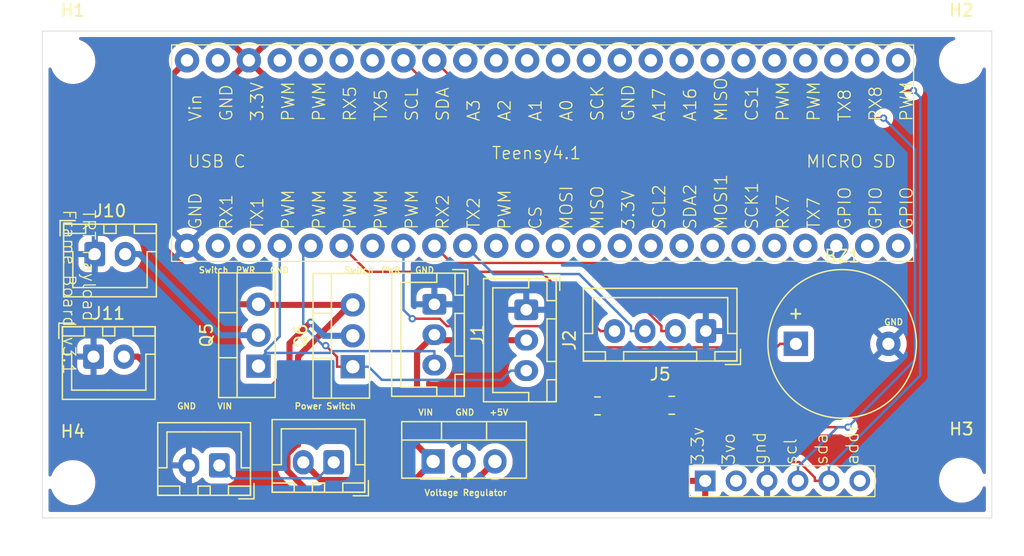
<source format=kicad_pcb>
(kicad_pcb (version 20241229) (generator "pcbnew") (generator_version "9.0")
  (layers (0 "F.Cu" signal) (2 "B.Cu" signal) (13 "F.Paste" user) (15 "B.Paste" user) (5 "F.SilkS" user "F.Silkscreen") (7 "B.SilkS" user "B.Silkscreen") (1 "F.Mask" user) (3 "B.Mask" user) (25 "Edge.Cuts" user))
  (net 0 "")
  (net 2 "SCL")
  (net 3 "GND")
  (net 4 "SDA")
  (net 5 "+3.3V")
  (net 7 "BuzzerPin")
  (net 8 "Nichrome1")
  (net 9 "+9V")
  (net 10 "Nichrome2")
  (net 11 "Net-(J3-Pin_1)")
  (net 12 "+5V")
  (net 28 "Net-(J10-Pin_2)")
  (net 34 "VehicleRX")
  (net 41 "VehicleTX")
  (net 51 "VehicleOn")
  (net 53 "Net-(J11-Pin_2)")
  (footprint "MountingHole:MountingHole_3.2mm_M3" (layer "F.Cu") (at 119.5 58)
    (property "Reference" "H1" (at 0 -4.2 0) (layer "F.SilkS"))
    (property "Value" "MountingHole")
    (pad "" np_thru_hole circle (at 0 0) (size 3.2 3.2) (drill 3.2) (layers "*.Cu" "*.Mask"))
  )
  (footprint "Connector_JST:JST_XH_B3B-XH-A_1x03_P2.50mm_Vertical" (layer "F.Cu") (at 149.2 77.95 -90)
    (property "Reference" "J1" (at 2.5 -3.55 90) (layer "F.SilkS"))
    (property "Value" "Nichrome 1" (hide yes))
    (fp_line (start -2.56 3.51) (end 7.56 3.51) (stroke (width 0.12)) (layer "F.SilkS"))
    (fp_line (start 7.56 3.51) (end 7.56 -2.46) (stroke (width 0.12)) (layer "F.SilkS"))
    (fp_line (start -1.8 2.75) (end 2.5 2.75) (stroke (width 0.12)) (layer "F.SilkS"))
    (fp_line (start 6.8 2.75) (end 2.5 2.75) (stroke (width 0.12)) (layer "F.SilkS"))
    (fp_line (start -2.55 -0.2) (end -1.8 -0.2) (stroke (width 0.12)) (layer "F.SilkS"))
    (fp_line (start -1.8 -0.2) (end -1.8 2.75) (stroke (width 0.12)) (layer "F.SilkS"))
    (fp_line (start 6.8 -0.2) (end 6.8 2.75) (stroke (width 0.12)) (layer "F.SilkS"))
    (fp_line (start 7.55 -0.2) (end 6.8 -0.2) (stroke (width 0.12)) (layer "F.SilkS"))
    (fp_line (start -2.55 -1.7) (end -0.75 -1.7) (stroke (width 0.12)) (layer "F.SilkS"))
    (fp_line (start -0.75 -1.7) (end -0.75 -2.45) (stroke (width 0.12)) (layer "F.SilkS"))
    (fp_line (start 0.75 -1.7) (end 4.25 -1.7) (stroke (width 0.12)) (layer "F.SilkS"))
    (fp_line (start 4.25 -1.7) (end 4.25 -2.45) (stroke (width 0.12)) (layer "F.SilkS"))
    (fp_line (start 5.75 -1.7) (end 7.55 -1.7) (stroke (width 0.12)) (layer "F.SilkS"))
    (fp_line (start 7.55 -1.7) (end 7.55 -2.45) (stroke (width 0.12)) (layer "F.SilkS"))
    (fp_line (start -2.55 -2.45) (end -2.55 -1.7) (stroke (width 0.12)) (layer "F.SilkS"))
    (fp_line (start -0.75 -2.45) (end -2.55 -2.45) (stroke (width 0.12)) (layer "F.SilkS"))
    (fp_line (start 0.75 -2.45) (end 0.75 -1.7) (stroke (width 0.12)) (layer "F.SilkS"))
    (fp_line (start 4.25 -2.45) (end 0.75 -2.45) (stroke (width 0.12)) (layer "F.SilkS"))
    (fp_line (start 5.75 -2.45) (end 5.75 -1.7) (stroke (width 0.12)) (layer "F.SilkS"))
    (fp_line (start 7.55 -2.45) (end 5.75 -2.45) (stroke (width 0.12)) (layer "F.SilkS"))
    (fp_line (start -2.56 -2.46) (end -2.56 3.51) (stroke (width 0.12)) (layer "F.SilkS"))
    (fp_line (start 7.56 -2.46) (end -2.56 -2.46) (stroke (width 0.12)) (layer "F.SilkS"))
    (fp_line (start -2.85 -2.75) (end -2.85 -1.5) (stroke (width 0.12)) (layer "F.SilkS"))
    (fp_line (start -1.6 -2.75) (end -2.85 -2.75) (stroke (width 0.12)) (layer "F.SilkS"))
    (pad "1" thru_hole roundrect (at 0 0 270) (size 1.7 1.95) (drill 0.95) (layers "*.Cu" "*.Mask") (roundrect_rratio 0.147059) (net 3 "GND"))
    (pad "2" thru_hole oval (at 2.5 0 270) (size 1.7 1.95) (drill 0.95) (layers "*.Cu" "*.Mask") (net 9 "+9V"))
    (pad "3" thru_hole oval (at 5 0 270) (size 1.7 1.95) (drill 0.95) (layers "*.Cu" "*.Mask") (net 8 "Nichrome1"))
  )
  (footprint "Breakout Boards:Teensy_4.1" (layer "F.Cu") (at 158.09 65.53 90)
    (property "Reference" "Teensy4.1" (at 0 -0.5 0) (layer "F.SilkS") (effects (font (thickness 0.1))))
    (property "Value" "~")
    (fp_line (start 8.89 -30.48) (end -8.89 -30.48) (stroke (width 0.1)) (layer "F.SilkS"))
    (fp_line (start 8.89 -30.48) (end 8.89 -2.54) (stroke (width 0.1)) (layer "F.SilkS"))
    (fp_line (start -8.89 -1.27) (end -8.89 -30.48) (stroke (width 0.1)) (layer "F.SilkS"))
    (fp_line (start -8.89 -1.27) (end -8.89 0) (stroke (width 0.1)) (layer "F.SilkS"))
    (fp_line (start -8.89 0) (end -8.89 30.48) (stroke (width 0.1)) (layer "F.SilkS"))
    (fp_line (start 8.89 30.48) (end 8.89 -2.54) (stroke (width 0.1)) (layer "F.SilkS"))
    (fp_line (start -8.89 30.48) (end 8.89 30.48) (stroke (width 0.1)) (layer "F.SilkS"))
    (fp_text user "TX7" (at -6.35 22.86 90) (layer "F.SilkS") (effects (font (thickness 0.1)) (justify left bottom)))
    (fp_text user "SDA" (at 2.54 -7.62 90) (layer "F.SilkS") (effects (font (thickness 0.1)) (justify left bottom)))
    (fp_text user "Vin" (at 2.54 -27.94 90) (layer "F.SilkS") (effects (font (thickness 0.1)) (justify left bottom)))
    (fp_text user "PWM" (at 2.54 22.86 90) (layer "F.SilkS") (effects (font (thickness 0.1)) (justify left bottom)))
    (fp_text user "PWM" (at -6.35 -17.78 90) (layer "F.SilkS") (effects (font (thickness 0.1)) (justify left bottom)))
    (fp_text user "A16" (at 2.54 12.7 90) (layer "F.SilkS") (effects (font (thickness 0.1)) (justify left bottom)))
    (fp_text user "PWM" (at 2.54 -17.78 90) (layer "F.SilkS") (effects (font (thickness 0.1)) (justify left bottom)))
    (fp_text user "A0" (at 2.54 2.54 90) (layer "F.SilkS") (effects (font (thickness 0.1)) (justify left bottom)))
    (fp_text user "TX5" (at 2.54 -12.7 90) (layer "F.SilkS") (effects (font (thickness 0.1)) (justify left bottom)))
    (fp_text user "TX2" (at -6.35 -5.08 90) (layer "F.SilkS") (effects (font (thickness 0.1)) (justify left bottom)))
    (fp_text user "A1" (at 2.54 0 90) (layer "F.SilkS") (effects (font (thickness 0.1)) (justify left bottom)))
    (fp_text user "SCL2" (at -6.35 10.16 90) (layer "F.SilkS") (effects (font (thickness 0.1)) (justify left bottom)))
    (fp_text user "MOSI1" (at -6.35 15.24 90) (layer "F.SilkS") (effects (font (thickness 0.1)) (justify left bottom)))
    (fp_text user "SCL" (at 2.54 -10.16 90) (layer "F.SilkS") (effects (font (thickness 0.1)) (justify left bottom)))
    (fp_text user "RX8" (at 2.54 27.94 90) (layer "F.SilkS") (effects (font (thickness 0.1)) (justify left bottom)))
    (fp_text user "GND" (at -6.35 -27.94 90) (layer "F.SilkS") (effects (font (thickness 0.1)) (justify left bottom)))
    (fp_text user "GPIO" (at -6.35 30.48 90) (layer "F.SilkS") (effects (font (thickness 0.1)) (justify left bottom)))
    (fp_text user "A3" (at 2.54 -5.08 90) (layer "F.SilkS") (effects (font (thickness 0.1)) (justify left bottom)))
    (fp_text user "GPIO" (at -6.35 25.4 90) (layer "F.SilkS") (effects (font (thickness 0.1)) (justify left bottom)))
    (fp_text user "PWM" (at -6.35 -15.24 90) (layer "F.SilkS") (effects (font (thickness 0.1)) (justify left bottom)))
    (fp_text user "MISO" (at -6.35 5.08 90) (layer "F.SilkS") (effects (font (thickness 0.1)) (justify left bottom)))
    (fp_text user "RX2" (at -6.35 -7.62 90) (layer "F.SilkS") (effects (font (thickness 0.1)) (justify left bottom)))
    (fp_text user "A17" (at 2.54 10.16 90) (layer "F.SilkS") (effects (font (thickness 0.1)) (justify left bottom)))
    (fp_text user "MISO" (at 2.54 15.24 90) (layer "F.SilkS") (effects (font (thickness 0.1)) (justify left bottom)))
    (fp_text user "SCK" (at 2.54 5.08 90) (layer "F.SilkS") (effects (font (thickness 0.1)) (justify left bottom)))
    (fp_text user "PWM" (at -6.35 -10.16 90) (layer "F.SilkS") (effects (font (thickness 0.1)) (justify left bottom)))
    (fp_text user "PWM" (at 2.54 20.32 90) (layer "F.SilkS") (effects (font (thickness 0.1)) (justify left bottom)))
    (fp_text user "TX8" (at 2.54 25.4 90) (layer "F.SilkS") (effects (font (thickness 0.1)) (justify left bottom)))
    (fp_text user "3.3V" (at 2.54 -22.86 90) (layer "F.SilkS") (effects (font (thickness 0.1)) (justify left bottom)))
    (fp_text user "USB C" (at -1.27 -29.21 0) (layer "F.SilkS") (effects (font (thickness 0.1)) (justify left bottom)))
    (fp_text user "PWM" (at -6.35 -2.54 90) (layer "F.SilkS") (effects (font (thickness 0.1)) (justify left bottom)))
    (fp_text user "SDA2" (at -6.35 12.7 90) (layer "F.SilkS") (effects (font (thickness 0.1)) (justify left bottom)))
    (fp_text user "CS1" (at 2.54 17.78 90) (layer "F.SilkS") (effects (font (thickness 0.1)) (justify left bottom)))
    (fp_text user "MICRO SD" (at -1.27 21.59 0) (layer "F.SilkS") (effects (font (thickness 0.1)) (justify left bottom)))
    (fp_text user "RX1" (at -6.35 -25.4 90) (layer "F.SilkS") (effects (font (thickness 0.1)) (justify left bottom)))
    (fp_text user "SCK1" (at -6.35 17.78 90) (layer "F.SilkS") (effects (font (thickness 0.1)) (justify left bottom)))
    (fp_text user "RX7" (at -6.35 20.32 90) (layer "F.SilkS") (effects (font (thickness 0.1)) (justify left bottom)))
    (fp_text user "GND" (at 2.54 7.62 90) (layer "F.SilkS") (effects (font (thickness 0.1)) (justify left bottom)))
    (fp_text user "MOSI" (at -6.35 2.54 90) (layer "F.SilkS") (effects (font (thickness 0.1)) (justify left bottom)))
    (fp_text user "RX5" (at 2.54 -15.24 90) (layer "F.SilkS") (effects (font (thickness 0.1)) (justify left bottom)))
    (fp_text user "TX1" (at -6.35 -22.86 90) (layer "F.SilkS") (effects (font (thickness 0.1)) (justify left bottom)))
    (fp_text user "PWM" (at -6.35 -12.7 90) (layer "F.SilkS") (effects (font (thickness 0.1)) (justify left bottom)))
    (fp_text user "PWM" (at -6.35 -20.32 90) (layer "F.SilkS") (effects (font (thickness 0.1)) (justify left bottom)))
    (fp_text user "GPIO" (at -6.35 27.94 90) (layer "F.SilkS") (effects (font (thickness 0.1)) (justify left bottom)))
    (fp_text user "CS" (at -6.35 0 90) (layer "F.SilkS") (effects (font (thickness 0.1)) (justify left bottom)))
    (fp_text user "3.3V" (at -6.35 7.62 90) (layer "F.SilkS") (effects (font (thickness 0.1)) (justify left bottom)))
    (fp_text user "PWM" (at 2.54 30.48 90) (layer "F.SilkS") (effects (font (thickness 0.1)) (justify left bottom)))
    (fp_text user "A2" (at 2.54 -2.54 90) (layer "F.SilkS") (effects (font (thickness 0.1)) (justify left bottom)))
    (fp_text user "GND" (at 2.54 -25.4 90) (layer "F.SilkS") (effects (font (thickness 0.1)) (justify left bottom)))
    (fp_text user "PWM" (at 2.54 -20.32 90) (layer "F.SilkS") (effects (font (thickness 0.1)) (justify left bottom)))
    (pad "0" thru_hole circle (at -7.62 -29.21 90) (size 2 2) (drill 1.02) (layers "*.Cu" "*.Mask") (net 3 "GND"))
    (pad "1" thru_hole circle (at -7.62 -26.67 90) (size 2 2) (drill 1.02) (layers "*.Cu" "*.Mask"))
    (pad "2" thru_hole circle (at -7.62 -24.13 90) (size 2 2) (drill 1.02) (layers "*.Cu" "*.Mask"))
    (pad "3" thru_hole circle (at -7.62 -21.59 90) (size 2 2) (drill 1.02) (layers "*.Cu" "*.Mask") (net 8 "Nichrome1"))
    (pad "4" thru_hole circle (at -7.62 -19.05 90) (size 2 2) (drill 1.02) (layers "*.Cu" "*.Mask") (net 10 "Nichrome2"))
    (pad "5" thru_hole circle (at -7.62 -16.51 90) (size 2 2) (drill 1.02) (layers "*.Cu" "*.Mask") (net 51 "VehicleOn"))
    (pad "6" thru_hole circle (at -7.62 -13.97 90) (size 2 2) (drill 1.02) (layers "*.Cu" "*.Mask"))
    (pad "7" thru_hole circle (at -7.62 -11.43 90) (size 2 2) (drill 1.02) (layers "*.Cu" "*.Mask") (net 7 "BuzzerPin"))
    (pad "8" thru_hole circle (at -7.62 -8.89 90) (size 2 2) (drill 1.02) (layers "*.Cu" "*.Mask") (net 41 "VehicleTX"))
    (pad "9" thru_hole circle (at -7.62 -6.35 90) (size 2 2) (drill 1.02) (layers "*.Cu" "*.Mask") (net 34 "VehicleRX"))
    (pad "10" thru_hole circle (at -7.62 -3.81 90) (size 2 2) (drill 1.02) (layers "*.Cu" "*.Mask"))
    (pad "11" thru_hole circle (at -7.62 -1.27 90) (size 2 2) (drill 1.02) (layers "*.Cu" "*.Mask"))
    (pad "12" thru_hole circle (at -7.62 1.27 90) (size 2 2) (drill 1.02) (layers "*.Cu" "*.Mask"))
    (pad "13" thru_hole circle (at -7.62 3.81 90) (size 2 2) (drill 1.02) (layers "*.Cu" "*.Mask"))
    (pad "14" thru_hole circle (at -7.62 6.35 90) (size 2 2) (drill 1.02) (layers "*.Cu" "*.Mask"))
    (pad "15" thru_hole circle (at -7.62 8.89 90) (size 2 2) (drill 1.02) (layers "*.Cu" "*.Mask"))
    (pad "16" thru_hole circle (at -7.62 11.43 90) (size 2 2) (drill 1.02) (layers "*.Cu" "*.Mask"))
    (pad "17" thru_hole circle (at -7.62 13.97 90) (size 2 2) (drill 1.02) (layers "*.Cu" "*.Mask"))
    (pad "18" thru_hole circle (at -7.62 16.51 90) (size 2 2) (drill 1.02) (layers "*.Cu" "*.Mask"))
    (pad "19" thru_hole circle (at -7.62 19.05 90) (size 2 2) (drill 1.02) (layers "*.Cu" "*.Mask"))
    (pad "20" thru_hole circle (at -7.62 21.59 90) (size 2 2) (drill 1.02) (layers "*.Cu" "*.Mask"))
    (pad "21" thru_hole circle (at -7.62 24.13 90) (size 2 2) (drill 1.02) (layers "*.Cu" "*.Mask"))
    (pad "22" thru_hole circle (at -7.62 26.67 90) (size 2 2) (drill 1.02) (layers "*.Cu" "*.Mask"))
    (pad "23" thru_hole circle (at -7.62 29.21 90) (size 2 2) (drill 1.02) (layers "*.Cu" "*.Mask"))
    (pad "24" thru_hole circle (at 7.62 29.21 90) (size 2 2) (drill 1.02) (layers "*.Cu" "*.Mask"))
    (pad "25" thru_hole circle (at 7.62 26.67 90) (size 2 2) (drill 1.02) (layers "*.Cu" "*.Mask"))
    (pad "26" thru_hole circle (at 7.62 24.13 90) (size 2 2) (drill 1.02) (layers "*.Cu" "*.Mask"))
    (pad "27" thru_hole circle (at 7.62 21.59 90) (size 2 2) (drill 1.02) (layers "*.Cu" "*.Mask"))
    (pad "28" thru_hole circle (at 7.62 19.05 90) (size 2 2) (drill 1.02) (layers "*.Cu" "*.Mask"))
    (pad "29" thru_hole circle (at 7.62 16.51 90) (size 2 2) (drill 1.02) (layers "*.Cu" "*.Mask"))
    (pad "30" thru_hole circle (at 7.62 13.97 90) (size 2 2) (drill 1.02) (layers "*.Cu" "*.Mask"))
    (pad "31" thru_hole circle (at 7.62 11.43 90) (size 2 2) (drill 1.02) (layers "*.Cu" "*.Mask"))
    (pad "32" thru_hole circle (at 7.62 8.89 90) (size 2 2) (drill 1.02) (layers "*.Cu" "*.Mask"))
    (pad "33" thru_hole circle (at 7.62 6.35 90) (size 2 2) (drill 1.02) (layers "*.Cu" "*.Mask"))
    (pad "34" thru_hole circle (at 7.62 3.81 90) (size 2 2) (drill 1.02) (layers "*.Cu" "*.Mask"))
    (pad "35" thru_hole circle (at 7.62 1.27 90) (size 2 2) (drill 1.02) (layers "*.Cu" "*.Mask"))
    (pad "36" thru_hole circle (at 7.62 -1.27 90) (size 2 2) (drill 1.02) (layers "*.Cu" "*.Mask"))
    (pad "37" thru_hole circle (at 7.62 -3.81 90) (size 2 2) (drill 1.02) (layers "*.Cu" "*.Mask"))
    (pad "38" thru_hole circle (at 7.62 -6.35 90) (size 2 2) (drill 1.02) (layers "*.Cu" "*.Mask"))
    (pad "39" thru_hole circle (at 7.62 -8.89 90) (size 2 2) (drill 1.02) (layers "*.Cu" "*.Mask") (net 4 "SDA"))
    (pad "40" thru_hole circle (at 7.62 -11.43 90) (size 2 2) (drill 1.02) (layers "*.Cu" "*.Mask") (net 2 "SCL"))
    (pad "41" thru_hole circle (at 7.62 -13.97 90) (size 2 2) (drill 1.02) (layers "*.Cu" "*.Mask"))
    (pad "42" thru_hole circle (at 7.62 -16.51 90) (size 2 2) (drill 1.02) (layers "*.Cu" "*.Mask"))
    (pad "43" thru_hole circle (at 7.62 -19.05 90) (size 2 2) (drill 1.02) (layers "*.Cu" "*.Mask"))
    (pad "44" thru_hole circle (at 7.62 -21.59 90) (size 2 2) (drill 1.02) (layers "*.Cu" "*.Mask"))
    (pad "45" thru_hole circle (at 7.62 -24.13 90) (size 2 2) (drill 1.02) (layers "*.Cu" "*.Mask") (net 5 "+3.3V"))
    (pad "46" thru_hole circle (at 7.62 -26.67 90) (size 2 2) (drill 1.02) (layers "*.Cu" "*.Mask"))
    (pad "47" thru_hole circle (at 7.62 -29.21 90) (size 2 2) (drill 1.02) (layers "*.Cu" "*.Mask") (net 12 "+5V"))
  )
  (footprint "Connector_JST:JST_XH_B2B-XH-A_1x02_P2.50mm_Vertical" (layer "F.Cu") (at 131.532 91.186 180)
    (property "Reference" "J3" (hide yes))
    (property "Value" "Battery in")
    (fp_line (start 5.06 3.51) (end 5.06 -2.46) (stroke (width 0.12)) (layer "F.SilkS"))
    (fp_line (start 5.06 -2.46) (end -2.56 -2.46) (stroke (width 0.12)) (layer "F.SilkS"))
    (fp_line (start 5.05 -0.2) (end 4.3 -0.2) (stroke (width 0.12)) (layer "F.SilkS"))
    (fp_line (start 5.05 -1.7) (end 5.05 -2.45) (stroke (width 0.12)) (layer "F.SilkS"))
    (fp_line (start 5.05 -2.45) (end 3.25 -2.45) (stroke (width 0.12)) (layer "F.SilkS"))
    (fp_line (start 4.3 2.75) (end 1.25 2.75) (stroke (width 0.12)) (layer "F.SilkS"))
    (fp_line (start 4.3 -0.2) (end 4.3 2.75) (stroke (width 0.12)) (layer "F.SilkS"))
    (fp_line (start 3.25 -1.7) (end 5.05 -1.7) (stroke (width 0.12)) (layer "F.SilkS"))
    (fp_line (start 3.25 -2.45) (end 3.25 -1.7) (stroke (width 0.12)) (layer "F.SilkS"))
    (fp_line (start 1.75 -1.7) (end 1.75 -2.45) (stroke (width 0.12)) (layer "F.SilkS"))
    (fp_line (start 1.75 -2.45) (end 0.75 -2.45) (stroke (width 0.12)) (layer "F.SilkS"))
    (fp_line (start 0.75 -1.7) (end 1.75 -1.7) (stroke (width 0.12)) (layer "F.SilkS"))
    (fp_line (start 0.75 -2.45) (end 0.75 -1.7) (stroke (width 0.12)) (layer "F.SilkS"))
    (fp_line (start -0.75 -1.7) (end -0.75 -2.45) (stroke (width 0.12)) (layer "F.SilkS"))
    (fp_line (start -0.75 -2.45) (end -2.55 -2.45) (stroke (width 0.12)) (layer "F.SilkS"))
    (fp_line (start -1.6 -2.75) (end -2.85 -2.75) (stroke (width 0.12)) (layer "F.SilkS"))
    (fp_line (start -1.8 2.75) (end 1.25 2.75) (stroke (width 0.12)) (layer "F.SilkS"))
    (fp_line (start -1.8 -0.2) (end -1.8 2.75) (stroke (width 0.12)) (layer "F.SilkS"))
    (fp_line (start -2.55 -0.2) (end -1.8 -0.2) (stroke (width 0.12)) (layer "F.SilkS"))
    (fp_line (start -2.55 -1.7) (end -0.75 -1.7) (stroke (width 0.12)) (layer "F.SilkS"))
    (fp_line (start -2.55 -2.45) (end -2.55 -1.7) (stroke (width 0.12)) (layer "F.SilkS"))
    (fp_line (start -2.56 3.51) (end 5.06 3.51) (stroke (width 0.12)) (layer "F.SilkS"))
    (fp_line (start -2.56 -2.46) (end -2.56 3.51) (stroke (width 0.12)) (layer "F.SilkS"))
    (fp_line (start -2.85 -2.75) (end -2.85 -1.5) (stroke (width 0.12)) (layer "F.SilkS"))
    (pad "1" thru_hole roundrect (at 0 0 180) (size 1.7 2) (drill 1) (layers "*.Cu" "*.Mask") (roundrect_rratio 0.147059) (net 11 "Net-(J3-Pin_1)"))
    (pad "2" thru_hole oval (at 2.5 0 180) (size 1.7 2) (drill 1) (layers "*.Cu" "*.Mask") (net 3 "GND"))
  )
  (footprint "Connector_JST:JST_XH_B4B-XH-A_1x04_P2.50mm_Vertical" (layer "F.Cu") (at 171.5 80.15 180)
    (property "Reference" "J5" (at 3.75 -3.55 0) (layer "F.SilkS"))
    (property "Value" "BayConnector")
    (fp_line (start 10.06 3.51) (end 10.06 -2.46) (stroke (width 0.12)) (layer "F.SilkS"))
    (fp_line (start 10.06 -2.46) (end -2.56 -2.46) (stroke (width 0.12)) (layer "F.SilkS"))
    (fp_line (start 10.05 -0.2) (end 9.3 -0.2) (stroke (width 0.12)) (layer "F.SilkS"))
    (fp_line (start 10.05 -1.7) (end 10.05 -2.45) (stroke (width 0.12)) (layer "F.SilkS"))
    (fp_line (start 10.05 -2.45) (end 8.25 -2.45) (stroke (width 0.12)) (layer "F.SilkS"))
    (fp_line (start 9.3 2.75) (end 3.75 2.75) (stroke (width 0.12)) (layer "F.SilkS"))
    (fp_line (start 9.3 -0.2) (end 9.3 2.75) (stroke (width 0.12)) (layer "F.SilkS"))
    (fp_line (start 8.25 -1.7) (end 10.05 -1.7) (stroke (width 0.12)) (layer "F.SilkS"))
    (fp_line (start 8.25 -2.45) (end 8.25 -1.7) (stroke (width 0.12)) (layer "F.SilkS"))
    (fp_line (start 6.75 -1.7) (end 6.75 -2.45) (stroke (width 0.12)) (layer "F.SilkS"))
    (fp_line (start 6.75 -2.45) (end 0.75 -2.45) (stroke (width 0.12)) (layer "F.SilkS"))
    (fp_line (start 0.75 -1.7) (end 6.75 -1.7) (stroke (width 0.12)) (layer "F.SilkS"))
    (fp_line (start 0.75 -2.45) (end 0.75 -1.7) (stroke (width 0.12)) (layer "F.SilkS"))
    (fp_line (start -0.75 -1.7) (end -0.75 -2.45) (stroke (width 0.12)) (layer "F.SilkS"))
    (fp_line (start -0.75 -2.45) (end -2.55 -2.45) (stroke (width 0.12)) (layer "F.SilkS"))
    (fp_line (start -1.6 -2.75) (end -2.85 -2.75) (stroke (width 0.12)) (layer "F.SilkS"))
    (fp_line (start -1.8 2.75) (end 3.75 2.75) (stroke (width 0.12)) (layer "F.SilkS"))
    (fp_line (start -1.8 -0.2) (end -1.8 2.75) (stroke (width 0.12)) (layer "F.SilkS"))
    (fp_line (start -2.55 -0.2) (end -1.8 -0.2) (stroke (width 0.12)) (layer "F.SilkS"))
    (fp_line (start -2.55 -1.7) (end -0.75 -1.7) (stroke (width 0.12)) (layer "F.SilkS"))
    (fp_line (start -2.55 -2.45) (end -2.55 -1.7) (stroke (width 0.12)) (layer "F.SilkS"))
    (fp_line (start -2.56 3.51) (end 10.06 3.51) (stroke (width 0.12)) (layer "F.SilkS"))
    (fp_line (start -2.56 -2.46) (end -2.56 3.51) (stroke (width 0.12)) (layer "F.SilkS"))
    (fp_line (start -2.85 -2.75) (end -2.85 -1.5) (stroke (width 0.12)) (layer "F.SilkS"))
    (pad "1" thru_hole roundrect (at 0 0 180) (size 1.7 1.95) (drill 0.95) (layers "*.Cu" "*.Mask") (roundrect_rratio 0.147059) (net 3 "GND"))
    (pad "2" thru_hole oval (at 2.5 0 180) (size 1.7 1.95) (drill 0.95) (layers "*.Cu" "*.Mask") (net 41 "VehicleTX"))
    (pad "3" thru_hole oval (at 5 0 180) (size 1.7 1.95) (drill 0.95) (layers "*.Cu" "*.Mask") (net 34 "VehicleRX"))
    (pad "4" thru_hole oval (at 7.5 0 180) (size 1.7 1.95) (drill 0.95) (layers "*.Cu" "*.Mask") (net 51 "VehicleOn"))
  )
  (footprint "Package_TO_SOT_THT:TO-220-3_Vertical" (layer "F.Cu") (at 142.5 83.08 90)
    (property "Reference" "Q6" (at 2.54 -4.27 90) (layer "F.SilkS"))
    (property "Value" "Nichrome")
    (fp_line (start 7.66 -3.27) (end 7.66 1.371) (stroke (width 0.12)) (layer "F.SilkS"))
    (fp_line (start 4.391 -3.27) (end 4.391 -1.76) (stroke (width 0.12)) (layer "F.SilkS"))
    (fp_line (start 0.69 -3.27) (end 0.69 -1.76) (stroke (width 0.12)) (layer "F.SilkS"))
    (fp_line (start -2.58 -3.27) (end 7.66 -3.27) (stroke (width 0.12)) (layer "F.SilkS"))
    (fp_line (start -2.58 -3.27) (end -2.58 1.371) (stroke (width 0.12)) (layer "F.SilkS"))
    (fp_line (start -2.58 -1.76) (end 7.66 -1.76) (stroke (width 0.12)) (layer "F.SilkS"))
    (fp_line (start -2.58 1.371) (end 7.66 1.371) (stroke (width 0.12)) (layer "F.SilkS"))
    (pad "1" thru_hole rect (at 0 0 90) (size 1.905 2) (drill 1.1) (layers "*.Cu" "*.Mask") (net 10 "Nichrome2"))
    (pad "2" thru_hole oval (at 2.54 0 90) (size 1.905 2) (drill 1.1) (layers "*.Cu" "*.Mask") (net 53 "Net-(J11-Pin_2)"))
    (pad "3" thru_hole oval (at 5.08 0 90) (size 1.905 2) (drill 1.1) (layers "*.Cu" "*.Mask") (net 12 "+5V"))
  )
  (footprint "Package_TO_SOT_THT:TO-220-3_Vertical" (layer "F.Cu") (at 134.75 83.03 90)
    (property "Reference" "Q5" (at 2.54 -4.27 90) (layer "F.SilkS"))
    (property "Value" "Nichrome")
    (fp_line (start 7.66 -3.27) (end 7.66 1.371) (stroke (width 0.12)) (layer "F.SilkS"))
    (fp_line (start 4.391 -3.27) (end 4.391 -1.76) (stroke (width 0.12)) (layer "F.SilkS"))
    (fp_line (start 0.69 -3.27) (end 0.69 -1.76) (stroke (width 0.12)) (layer "F.SilkS"))
    (fp_line (start -2.58 -3.27) (end 7.66 -3.27) (stroke (width 0.12)) (layer "F.SilkS"))
    (fp_line (start -2.58 -3.27) (end -2.58 1.371) (stroke (width 0.12)) (layer "F.SilkS"))
    (fp_line (start -2.58 -1.76) (end 7.66 -1.76) (stroke (width 0.12)) (layer "F.SilkS"))
    (fp_line (start -2.58 1.371) (end 7.66 1.371) (stroke (width 0.12)) (layer "F.SilkS"))
    (pad "1" thru_hole rect (at 0 0 90) (size 1.905 2) (drill 1.1) (layers "*.Cu" "*.Mask") (net 8 "Nichrome1"))
    (pad "2" thru_hole oval (at 2.54 0 90) (size 1.905 2) (drill 1.1) (layers "*.Cu" "*.Mask") (net 28 "Net-(J10-Pin_2)"))
    (pad "3" thru_hole oval (at 5.08 0 90) (size 1.905 2) (drill 1.1) (layers "*.Cu" "*.Mask") (net 12 "+5V"))
  )
  (footprint "Connector_JST:JST_XH_B2B-XH-A_1x02_P2.50mm_Vertical" (layer "F.Cu") (at 140.93 90.932 180)
    (property "Reference" "J6" (hide yes))
    (property "Value" "Switch")
    (fp_line (start 5.06 3.51) (end 5.06 -2.46) (stroke (width 0.12)) (layer "F.SilkS"))
    (fp_line (start 5.06 -2.46) (end -2.56 -2.46) (stroke (width 0.12)) (layer "F.SilkS"))
    (fp_line (start 5.05 -0.2) (end 4.3 -0.2) (stroke (width 0.12)) (layer "F.SilkS"))
    (fp_line (start 5.05 -1.7) (end 5.05 -2.45) (stroke (width 0.12)) (layer "F.SilkS"))
    (fp_line (start 5.05 -2.45) (end 3.25 -2.45) (stroke (width 0.12)) (layer "F.SilkS"))
    (fp_line (start 4.3 2.75) (end 1.25 2.75) (stroke (width 0.12)) (layer "F.SilkS"))
    (fp_line (start 4.3 -0.2) (end 4.3 2.75) (stroke (width 0.12)) (layer "F.SilkS"))
    (fp_line (start 3.25 -1.7) (end 5.05 -1.7) (stroke (width 0.12)) (layer "F.SilkS"))
    (fp_line (start 3.25 -2.45) (end 3.25 -1.7) (stroke (width 0.12)) (layer "F.SilkS"))
    (fp_line (start 1.75 -1.7) (end 1.75 -2.45) (stroke (width 0.12)) (layer "F.SilkS"))
    (fp_line (start 1.75 -2.45) (end 0.75 -2.45) (stroke (width 0.12)) (layer "F.SilkS"))
    (fp_line (start 0.75 -1.7) (end 1.75 -1.7) (stroke (width 0.12)) (layer "F.SilkS"))
    (fp_line (start 0.75 -2.45) (end 0.75 -1.7) (stroke (width 0.12)) (layer "F.SilkS"))
    (fp_line (start -0.75 -1.7) (end -0.75 -2.45) (stroke (width 0.12)) (layer "F.SilkS"))
    (fp_line (start -0.75 -2.45) (end -2.55 -2.45) (stroke (width 0.12)) (layer "F.SilkS"))
    (fp_line (start -1.6 -2.75) (end -2.85 -2.75) (stroke (width 0.12)) (layer "F.SilkS"))
    (fp_line (start -1.8 2.75) (end 1.25 2.75) (stroke (width 0.12)) (layer "F.SilkS"))
    (fp_line (start -1.8 -0.2) (end -1.8 2.75) (stroke (width 0.12)) (layer "F.SilkS"))
    (fp_line (start -2.55 -0.2) (end -1.8 -0.2) (stroke (width 0.12)) (layer "F.SilkS"))
    (fp_line (start -2.55 -1.7) (end -0.75 -1.7) (stroke (width 0.12)) (layer "F.SilkS"))
    (fp_line (start -2.55 -2.45) (end -2.55 -1.7) (stroke (width 0.12)) (layer "F.SilkS"))
    (fp_line (start -2.56 3.51) (end 5.06 3.51) (stroke (width 0.12)) (layer "F.SilkS"))
    (fp_line (start -2.56 -2.46) (end -2.56 3.51) (stroke (width 0.12)) (layer "F.SilkS"))
    (fp_line (start -2.85 -2.75) (end -2.85 -1.5) (stroke (width 0.12)) (layer "F.SilkS"))
    (pad "1" thru_hole roundrect (at 0 0 180) (size 1.7 2) (drill 1) (layers "*.Cu" "*.Mask") (roundrect_rratio 0.147059) (net 11 "Net-(J3-Pin_1)"))
    (pad "2" thru_hole oval (at 2.5 0 180) (size 1.7 2) (drill 1) (layers "*.Cu" "*.Mask") (net 9 "+9V"))
  )
  (footprint "MountingHole:MountingHole_3.2mm_M3" (layer "F.Cu") (at 192.5 92.4)
    (property "Reference" "H3" (at 0 -4.2 0) (layer "F.SilkS"))
    (property "Value" "MountingHole")
    (pad "" np_thru_hole circle (at 0 0) (size 3.2 3.2) (drill 3.2) (layers "*.Cu" "*.Mask"))
  )
  (footprint "Buzzer_Beeper:Buzzer_12x9.5RM7.6" (layer "F.Cu") (at 178.9 81.2)
    (property "Reference" "BZ1" (at 3.8 -7.2 0) (layer "F.SilkS"))
    (property "Value" "Buzzer")
    (fp_circle (center 3.8 0) (end 9.9 0) (stroke (width 0.12)) (fill no) (layer "F.SilkS"))
    (fp_text user "+" (at -0.01 -2.54 0) (layer "F.SilkS"))
    (pad "1" thru_hole rect (at 0 0) (size 2 2) (drill 1) (layers "*.Cu" "*.Mask") (net 7 "BuzzerPin"))
    (pad "2" thru_hole circle (at 7.6 0) (size 2 2) (drill 1) (layers "*.Cu" "*.Mask") (net 3 "GND"))
  )
  (footprint "MountingHole:MountingHole_3.2mm_M3" (layer "F.Cu") (at 192.5 58)
    (property "Reference" "H2" (at 0 -4.2 0) (layer "F.SilkS"))
    (property "Value" "MountingHole")
    (pad "" np_thru_hole circle (at 0 0) (size 3.2 3.2) (drill 3.2) (layers "*.Cu" "*.Mask"))
  )
  (footprint "Connector_JST:JST_XH_B2B-XH-A_1x02_P2.50mm_Vertical" (layer "F.Cu") (at 121.3 73.825)
    (property "Reference" "J10" (at 1.25 -3.55 0) (layer "F.SilkS"))
    (property "Value" "Nichrome")
    (fp_line (start -2.85 -2.75) (end -2.85 -1.5) (stroke (width 0.12)) (layer "F.SilkS"))
    (fp_line (start -2.56 -2.46) (end -2.56 3.51) (stroke (width 0.12)) (layer "F.SilkS"))
    (fp_line (start -2.56 3.51) (end 5.06 3.51) (stroke (width 0.12)) (layer "F.SilkS"))
    (fp_line (start -2.55 -2.45) (end -2.55 -1.7) (stroke (width 0.12)) (layer "F.SilkS"))
    (fp_line (start -2.55 -1.7) (end -0.75 -1.7) (stroke (width 0.12)) (layer "F.SilkS"))
    (fp_line (start -2.55 -0.2) (end -1.8 -0.2) (stroke (width 0.12)) (layer "F.SilkS"))
    (fp_line (start -1.8 -0.2) (end -1.8 2.75) (stroke (width 0.12)) (layer "F.SilkS"))
    (fp_line (start -1.8 2.75) (end 1.25 2.75) (stroke (width 0.12)) (layer "F.SilkS"))
    (fp_line (start -1.6 -2.75) (end -2.85 -2.75) (stroke (width 0.12)) (layer "F.SilkS"))
    (fp_line (start -0.75 -2.45) (end -2.55 -2.45) (stroke (width 0.12)) (layer "F.SilkS"))
    (fp_line (start -0.75 -1.7) (end -0.75 -2.45) (stroke (width 0.12)) (layer "F.SilkS"))
    (fp_line (start 0.75 -2.45) (end 0.75 -1.7) (stroke (width 0.12)) (layer "F.SilkS"))
    (fp_line (start 0.75 -1.7) (end 1.75 -1.7) (stroke (width 0.12)) (layer "F.SilkS"))
    (fp_line (start 1.75 -2.45) (end 0.75 -2.45) (stroke (width 0.12)) (layer "F.SilkS"))
    (fp_line (start 1.75 -1.7) (end 1.75 -2.45) (stroke (width 0.12)) (layer "F.SilkS"))
    (fp_line (start 3.25 -2.45) (end 3.25 -1.7) (stroke (width 0.12)) (layer "F.SilkS"))
    (fp_line (start 3.25 -1.7) (end 5.05 -1.7) (stroke (width 0.12)) (layer "F.SilkS"))
    (fp_line (start 4.3 -0.2) (end 4.3 2.75) (stroke (width 0.12)) (layer "F.SilkS"))
    (fp_line (start 4.3 2.75) (end 1.25 2.75) (stroke (width 0.12)) (layer "F.SilkS"))
    (fp_line (start 5.05 -2.45) (end 3.25 -2.45) (stroke (width 0.12)) (layer "F.SilkS"))
    (fp_line (start 5.05 -1.7) (end 5.05 -2.45) (stroke (width 0.12)) (layer "F.SilkS"))
    (fp_line (start 5.05 -0.2) (end 4.3 -0.2) (stroke (width 0.12)) (layer "F.SilkS"))
    (fp_line (start 5.06 -2.46) (end -2.56 -2.46) (stroke (width 0.12)) (layer "F.SilkS"))
    (fp_line (start 5.06 3.51) (end 5.06 -2.46) (stroke (width 0.12)) (layer "F.SilkS"))
    (pad "1" thru_hole roundrect (at 0 0) (size 1.7 2) (drill 1) (layers "*.Cu" "*.Mask") (roundrect_rratio 0.147059) (net 3 "GND"))
    (pad "2" thru_hole oval (at 2.5 0) (size 1.7 2) (drill 1) (layers "*.Cu" "*.Mask") (net 28 "Net-(J10-Pin_2)"))
  )
  (footprint "Connector_JST:JST_XH_B2B-XH-A_1x02_P2.50mm_Vertical" (layer "F.Cu") (at 121.2 82.25)
    (property "Reference" "J11" (at 1.25 -3.55 0) (layer "F.SilkS"))
    (property "Value" "Nichrome")
    (fp_line (start -2.85 -2.75) (end -2.85 -1.5) (stroke (width 0.12)) (layer "F.SilkS"))
    (fp_line (start -2.56 -2.46) (end -2.56 3.51) (stroke (width 0.12)) (layer "F.SilkS"))
    (fp_line (start -2.56 3.51) (end 5.06 3.51) (stroke (width 0.12)) (layer "F.SilkS"))
    (fp_line (start -2.55 -2.45) (end -2.55 -1.7) (stroke (width 0.12)) (layer "F.SilkS"))
    (fp_line (start -2.55 -1.7) (end -0.75 -1.7) (stroke (width 0.12)) (layer "F.SilkS"))
    (fp_line (start -2.55 -0.2) (end -1.8 -0.2) (stroke (width 0.12)) (layer "F.SilkS"))
    (fp_line (start -1.8 -0.2) (end -1.8 2.75) (stroke (width 0.12)) (layer "F.SilkS"))
    (fp_line (start -1.8 2.75) (end 1.25 2.75) (stroke (width 0.12)) (layer "F.SilkS"))
    (fp_line (start -1.6 -2.75) (end -2.85 -2.75) (stroke (width 0.12)) (layer "F.SilkS"))
    (fp_line (start -0.75 -2.45) (end -2.55 -2.45) (stroke (width 0.12)) (layer "F.SilkS"))
    (fp_line (start -0.75 -1.7) (end -0.75 -2.45) (stroke (width 0.12)) (layer "F.SilkS"))
    (fp_line (start 0.75 -2.45) (end 0.75 -1.7) (stroke (width 0.12)) (layer "F.SilkS"))
    (fp_line (start 0.75 -1.7) (end 1.75 -1.7) (stroke (width 0.12)) (layer "F.SilkS"))
    (fp_line (start 1.75 -2.45) (end 0.75 -2.45) (stroke (width 0.12)) (layer "F.SilkS"))
    (fp_line (start 1.75 -1.7) (end 1.75 -2.45) (stroke (width 0.12)) (layer "F.SilkS"))
    (fp_line (start 3.25 -2.45) (end 3.25 -1.7) (stroke (width 0.12)) (layer "F.SilkS"))
    (fp_line (start 3.25 -1.7) (end 5.05 -1.7) (stroke (width 0.12)) (layer "F.SilkS"))
    (fp_line (start 4.3 -0.2) (end 4.3 2.75) (stroke (width 0.12)) (layer "F.SilkS"))
    (fp_line (start 4.3 2.75) (end 1.25 2.75) (stroke (width 0.12)) (layer "F.SilkS"))
    (fp_line (start 5.05 -2.45) (end 3.25 -2.45) (stroke (width 0.12)) (layer "F.SilkS"))
    (fp_line (start 5.05 -1.7) (end 5.05 -2.45) (stroke (width 0.12)) (layer "F.SilkS"))
    (fp_line (start 5.05 -0.2) (end 4.3 -0.2) (stroke (width 0.12)) (layer "F.SilkS"))
    (fp_line (start 5.06 -2.46) (end -2.56 -2.46) (stroke (width 0.12)) (layer "F.SilkS"))
    (fp_line (start 5.06 3.51) (end 5.06 -2.46) (stroke (width 0.12)) (layer "F.SilkS"))
    (pad "1" thru_hole roundrect (at 0 0) (size 1.7 2) (drill 1) (layers "*.Cu" "*.Mask") (roundrect_rratio 0.147059) (net 3 "GND"))
    (pad "2" thru_hole oval (at 2.5 0) (size 1.7 2) (drill 1) (layers "*.Cu" "*.Mask") (net 53 "Net-(J11-Pin_2)"))
  )
  (footprint "Connector_JST:JST_XH_B3B-XH-A_1x03_P2.50mm_Vertical" (layer "F.Cu") (at 156.75 78.4 -90)
    (property "Reference" "J2" (at 2.5 -3.55 90) (layer "F.SilkS"))
    (property "Value" "Nichrome 2" (hide yes))
    (fp_line (start -2.56 3.51) (end 7.56 3.51) (stroke (width 0.12)) (layer "F.SilkS"))
    (fp_line (start 7.56 3.51) (end 7.56 -2.46) (stroke (width 0.12)) (layer "F.SilkS"))
    (fp_line (start -1.8 2.75) (end 2.5 2.75) (stroke (width 0.12)) (layer "F.SilkS"))
    (fp_line (start 6.8 2.75) (end 2.5 2.75) (stroke (width 0.12)) (layer "F.SilkS"))
    (fp_line (start -2.55 -0.2) (end -1.8 -0.2) (stroke (width 0.12)) (layer "F.SilkS"))
    (fp_line (start -1.8 -0.2) (end -1.8 2.75) (stroke (width 0.12)) (layer "F.SilkS"))
    (fp_line (start 6.8 -0.2) (end 6.8 2.75) (stroke (width 0.12)) (layer "F.SilkS"))
    (fp_line (start 7.55 -0.2) (end 6.8 -0.2) (stroke (width 0.12)) (layer "F.SilkS"))
    (fp_line (start -2.55 -1.7) (end -0.75 -1.7) (stroke (width 0.12)) (layer "F.SilkS"))
    (fp_line (start -0.75 -1.7) (end -0.75 -2.45) (stroke (width 0.12)) (layer "F.SilkS"))
    (fp_line (start 0.75 -1.7) (end 4.25 -1.7) (stroke (width 0.12)) (layer "F.SilkS"))
    (fp_line (start 4.25 -1.7) (end 4.25 -2.45) (stroke (width 0.12)) (layer "F.SilkS"))
    (fp_line (start 5.75 -1.7) (end 7.55 -1.7) (stroke (width 0.12)) (layer "F.SilkS"))
    (fp_line (start 7.55 -1.7) (end 7.55 -2.45) (stroke (width 0.12)) (layer "F.SilkS"))
    (fp_line (start -2.55 -2.45) (end -2.55 -1.7) (stroke (width 0.12)) (layer "F.SilkS"))
    (fp_line (start -0.75 -2.45) (end -2.55 -2.45) (stroke (width 0.12)) (layer "F.SilkS"))
    (fp_line (start 0.75 -2.45) (end 0.75 -1.7) (stroke (width 0.12)) (layer "F.SilkS"))
    (fp_line (start 4.25 -2.45) (end 0.75 -2.45) (stroke (width 0.12)) (layer "F.SilkS"))
    (fp_line (start 5.75 -2.45) (end 5.75 -1.7) (stroke (width 0.12)) (layer "F.SilkS"))
    (fp_line (start 7.55 -2.45) (end 5.75 -2.45) (stroke (width 0.12)) (layer "F.SilkS"))
    (fp_line (start -2.56 -2.46) (end -2.56 3.51) (stroke (width 0.12)) (layer "F.SilkS"))
    (fp_line (start 7.56 -2.46) (end -2.56 -2.46) (stroke (width 0.12)) (layer "F.SilkS"))
    (fp_line (start -2.85 -2.75) (end -2.85 -1.5) (stroke (width 0.12)) (layer "F.SilkS"))
    (fp_line (start -1.6 -2.75) (end -2.85 -2.75) (stroke (width 0.12)) (layer "F.SilkS"))
    (pad "1" thru_hole roundrect (at 0 0 270) (size 1.7 1.95) (drill 0.95) (layers "*.Cu" "*.Mask") (roundrect_rratio 0.147059) (net 3 "GND"))
    (pad "2" thru_hole oval (at 2.5 0 270) (size 1.7 1.95) (drill 0.95) (layers "*.Cu" "*.Mask") (net 9 "+9V"))
    (pad "3" thru_hole oval (at 5 0 270) (size 1.7 1.95) (drill 0.95) (layers "*.Cu" "*.Mask") (net 10 "Nichrome2"))
  )
  (footprint "Resistor_SMD:R_0805_2012Metric_Pad1.20x1.40mm_HandSolder" (layer "F.Cu") (at 162.6 86.3)
    (property "Reference" "R1" (hide yes))
    (property "Value" "3.3kΩ")
    (fp_line (start -0.227064 -0.735) (end 0.227064 -0.735) (stroke (width 0.12)) (layer "F.SilkS"))
    (fp_line (start -0.227064 0.735) (end 0.227064 0.735) (stroke (width 0.12)) (layer "F.SilkS"))
    (pad "1" smd roundrect (at -1 0) (size 1.2 1.4) (layers "F.Cu" "F.Mask" "F.Paste") (roundrect_rratio 0.208333) (net 5 "+3.3V"))
    (pad "2" smd roundrect (at 1 0) (size 1.2 1.4) (layers "F.Cu" "F.Mask" "F.Paste") (roundrect_rratio 0.208333) (net 4 "SDA"))
  )
  (footprint "MountingHole:MountingHole_3.2mm_M3" (layer "F.Cu") (at 119.5 92.6)
    (property "Reference" "H4" (at 0 -4.2 0) (layer "F.SilkS"))
    (property "Value" "MountingHole")
    (pad "" np_thru_hole circle (at 0 0) (size 3.2 3.2) (drill 3.2) (layers "*.Cu" "*.Mask"))
  )
  (footprint "Resistor_SMD:R_0805_2012Metric_Pad1.20x1.40mm_HandSolder" (layer "F.Cu") (at 168.7 86.25)
    (property "Reference" "R2" (hide yes))
    (property "Value" "3.3kΩ")
    (fp_line (start -0.227064 -0.735) (end 0.227064 -0.735) (stroke (width 0.12)) (layer "F.SilkS"))
    (fp_line (start -0.227064 0.735) (end 0.227064 0.735) (stroke (width 0.12)) (layer "F.SilkS"))
    (pad "1" smd roundrect (at -1 0) (size 1.2 1.4) (layers "F.Cu" "F.Mask" "F.Paste") (roundrect_rratio 0.208333) (net 2 "SCL"))
    (pad "2" smd roundrect (at 1 0) (size 1.2 1.4) (layers "F.Cu" "F.Mask" "F.Paste") (roundrect_rratio 0.208333) (net 5 "+3.3V"))
  )
  (footprint "Breakout Boards:BH1750" (layer "F.Cu") (at 186.665 92.481 90)
    (property "Reference" "BH1" (hide yes))
    (property "Value" "~" (hide yes))
    (fp_rect (start -1.27 -16.51) (end 1.27 -1.27) (stroke (width 0.1)) (fill no) (layer "F.SilkS"))
    (fp_text user "gnd" (at 1.27 -10.16 90) (layer "F.SilkS") (effects (font (thickness 0.1)) (justify left bottom)))
    (fp_text user "3vo" (at 1.27 -12.7 90) (layer "F.SilkS") (effects (font (thickness 0.1)) (justify left bottom)))
    (fp_text user "3.3v" (at 1.27 -15.24 90) (layer "F.SilkS") (effects (font (thickness 0.1)) (justify left bottom)))
    (fp_text user "scl" (at 1.27 -7.62 90) (layer "F.SilkS") (effects (font (thickness 0.1)) (justify left bottom)))
    (fp_text user "addr" (at 1.27 -2.54 90) (layer "F.SilkS") (effects (font (thickness 0.1)) (justify left bottom)))
    (fp_text user "sda" (at 1.27 -5.08 90) (layer "F.SilkS") (effects (font (thickness 0.1)) (justify left bottom)))
    (pad "0" thru_hole rect (at 0.025 -15.215 90) (size 1.7 1.7) (drill 1) (layers "*.Cu" "*.Mask") (net 5 "+3.3V"))
    (pad "1" thru_hole oval (at 0.025 -12.675 90) (size 1.7 1.7) (drill 1) (layers "*.Cu" "*.Mask"))
    (pad "2" thru_hole oval (at 0.025 -10.135 90) (size 1.7 1.7) (drill 1) (layers "*.Cu" "*.Mask") (net 3 "GND"))
    (pad "3" thru_hole oval (at 0.025 -7.595 90) (size 1.7 1.7) (drill 1) (layers "*.Cu" "*.Mask") (net 2 "SCL"))
    (pad "4" thru_hole oval (at 0.025 -5.055 90) (size 1.7 1.7) (drill 1) (layers "*.Cu" "*.Mask") (net 4 "SDA"))
    (pad "5" thru_hole oval (at 0.025 -2.515 90) (size 1.7 1.7) (drill 1) (layers "*.Cu" "*.Mask"))
  )
  (footprint "Package_TO_SOT_THT:TO-220-3_Vertical" (layer "F.Cu") (at 149.098 90.861)
    (property "Reference" "q1" (hide yes))
    (property "Value" "Voltage regulator")
    (fp_line (start -2.58 -3.27) (end -2.58 1.371) (stroke (width 0.12)) (layer "F.SilkS"))
    (fp_line (start -2.58 -3.27) (end 7.66 -3.27) (stroke (width 0.12)) (layer "F.SilkS"))
    (fp_line (start -2.58 -1.76) (end 7.66 -1.76) (stroke (width 0.12)) (layer "F.SilkS"))
    (fp_line (start -2.58 1.371) (end 7.66 1.371) (stroke (width 0.12)) (layer "F.SilkS"))
    (fp_line (start 0.69 -3.27) (end 0.69 -1.76) (stroke (width 0.12)) (layer "F.SilkS"))
    (fp_line (start 4.391 -3.27) (end 4.391 -1.76) (stroke (width 0.12)) (layer "F.SilkS"))
    (fp_line (start 7.66 -3.27) (end 7.66 1.371) (stroke (width 0.12)) (layer "F.SilkS"))
    (pad "1" thru_hole rect (at 0 0) (size 1.905 2) (drill 1.1) (layers "*.Cu" "*.Mask") (net 9 "+9V"))
    (pad "2" thru_hole oval (at 2.54 0) (size 1.905 2) (drill 1.1) (layers "*.Cu" "*.Mask") (net 3 "GND"))
    (pad "3" thru_hole oval (at 5.08 0) (size 1.905 2) (drill 1.1) (layers "*.Cu" "*.Mask") (net 12 "+5V"))
  )
  (gr_rect (start 117 55.5) (end 195 95.5) (stroke (width 0.05)) (fill no) (layer "Edge.Cuts"))
  (gr_text "GND" (at 150.876 87.122 0) (layer "F.SilkS") (effects (font (size 0.5 0.5) (thickness 0.1)) (justify left bottom)))
  (gr_text "Switch" (at 141.732 75.438 0) (layer "F.SilkS") (effects (font (size 0.5 0.5) (thickness 0.1)) (justify left bottom)))
  (gr_text "Power Switch" (at 137.668 86.614 0) (layer "F.SilkS") (effects (font (size 0.5 0.5) (thickness 0.1)) (justify left bottom)))
  (gr_text "Switch" (at 129.794 75.438 0) (layer "F.SilkS") (effects (font (size 0.5 0.5) (thickness 0.1)) (justify left bottom)))
  (gr_text "PWR" (at 132.842 75.438 0) (layer "F.SilkS") (effects (font (size 0.5 0.5) (thickness 0.1)) (justify left bottom)))
  (gr_text "VIN" (at 131.318 86.614 0) (layer "F.SilkS") (effects (font (size 0.5 0.5) (thickness 0.1)) (justify left bottom)))
  (gr_text "GND" (at 147.574 75.438 0) (layer "F.SilkS") (effects (font (size 0.5 0.5) (thickness 0.1)) (justify left bottom)))
  (gr_text "+5V" (at 153.67 87.122 0) (layer "F.SilkS") (effects (font (size 0.5 0.5) (thickness 0.1)) (justify left bottom)))
  (gr_text "GND" (at 135.636 75.438 0) (layer "F.SilkS") (effects (font (size 0.5 0.5) (thickness 0.1)) (justify left bottom)))
  (gr_text "GND" (at 128.016 86.614 0) (layer "F.SilkS") (effects (font (size 0.5 0.5) (thickness 0.1)) (justify left bottom)))
  (gr_text "Voltage Regulator" (at 148.336 93.726 0) (layer "F.SilkS") (effects (font (size 0.5 0.5) (thickness 0.1)) (justify left bottom)))
  (gr_text "VIN" (at 147.828 87.122 0) (layer "F.SilkS") (effects (font (size 0.5 0.5) (thickness 0.1)) (justify left bottom)))
  (gr_text "TRT Payload\nFrame Board v3.1" (at 118.618 70.104 270) (layer "F.SilkS") (effects (font (size 1 1) (thickness 0.1)) (justify left bottom)))
  (gr_text "PWR" (at 144.78 75.438 0) (layer "F.SilkS") (effects (font (size 0.5 0.5) (thickness 0.1)) (justify left bottom)))
  (gr_text "GND" (at 186.1 79.7 0) (layer "F.SilkS") (effects (font (size 0.5 0.5) (thickness 0.1)) (justify left bottom)))
  (segment (start 167.7 86.25) (end 169.4924 88.0424) (width 0.2) (layer "F.Cu") (net 2))
  (segment (start 151.4068 62.6568) (end 146.66 57.91) (width 0.2) (layer "F.Cu") (net 2))
  (segment (start 169.4924 88.0424) (end 183.173 88.0424) (width 0.2) (layer "F.Cu") (net 2))
  (segment (start 186.103 62.6568) (end 151.4068 62.6568) (width 0.2) (layer "F.Cu") (net 2))
  (via (at 183.173 88.0424) (size 0.6) (drill 0.3) (layers "F.Cu" "B.Cu") (net 2))
  (via (at 186.103 62.6568) (size 0.6) (drill 0.3) (layers "F.Cu" "B.Cu") (net 2))
  (segment (start 182.3319 88.0424) (end 183.173 88.0424) (width 0.2) (layer "B.Cu") (net 2))
  (segment (start 179.07 92.456) (end 179.07 91.3043) (width 0.2) (layer "B.Cu") (net 2))
  (segment (start 188.679 82.5364) (end 183.173 88.0424) (width 0.2) (layer "B.Cu") (net 2))
  (segment (start 186.103 62.6568) (end 188.679 65.2328) (width 0.2) (layer "B.Cu") (net 2))
  (segment (start 179.07 91.3043) (end 182.3319 88.0424) (width 0.2) (layer "B.Cu") (net 2))
  (segment (start 188.679 65.2328) (end 188.679 82.5364) (width 0.2) (layer "B.Cu") (net 2))
  (segment (start 163.6 86.3) (end 168.2081 90.9081) (width 0.2) (layer "F.Cu") (net 4))
  (segment (start 188.5636 60.3917) (end 188.5636 60.3918) (width 0.2) (layer "F.Cu") (net 4))
  (segment (start 181.61 92.456) (end 180.4583 92.456) (width 0.2) (layer "F.Cu") (net 4))
  (segment (start 180.4583 92.1875) (end 180.4583 92.456) (width 0.2) (layer "F.Cu") (net 4))
  (segment (start 168.2081 90.9081) (end 179.1789 90.9081) (width 0.2) (layer "F.Cu") (net 4))
  (segment (start 151.6817 60.3917) (end 188.5636 60.3917) (width 0.2) (layer "F.Cu") (net 4))
  (segment (start 179.1789 90.9081) (end 180.4583 92.1875) (width 0.2) (layer "F.Cu") (net 4))
  (segment (start 149.2 57.91) (end 151.6817 60.3917) (width 0.2) (layer "F.Cu") (net 4))
  (via (at 188.5636 60.3918) (size 0.6) (drill 0.3) (layers "F.Cu" "B.Cu") (net 4))
  (segment (start 188.5636 60.3918) (end 189.1117 60.9399) (width 0.2) (layer "B.Cu") (net 4))
  (segment (start 189.1117 60.9399) (end 189.1117 83.8026) (width 0.2) (layer "B.Cu") (net 4))
  (segment (start 189.1117 83.8026) (end 181.61 91.3043) (width 0.2) (layer "B.Cu") (net 4))
  (segment (start 181.61 92.456) (end 181.61 91.3043) (width 0.2) (layer "B.Cu") (net 4))
  (segment (start 177.5983 81.2) (end 177.3074 81.4909) (width 0.2) (layer "F.Cu") (net 7))
  (segment (start 177.3074 81.4909) (end 160.7753 81.4909) (width 0.2) (layer "F.Cu") (net 7))
  (segment (start 159.0301 79.7457) (end 150.2495 79.7457) (width 0.2) (layer "F.Cu") (net 7))
  (segment (start 150.2495 79.7457) (end 149.6383 79.1345) (width 0.2) (layer "F.Cu") (net 7))
  (segment (start 149.6383 79.1345) (end 147.386 79.1345) (width 0.2) (layer "F.Cu") (net 7))
  (segment (start 160.7753 81.4909) (end 159.0301 79.7457) (width 0.2) (layer "F.Cu") (net 7))
  (segment (start 178.9 81.2) (end 177.5983 81.2) (width 0.2) (layer "F.Cu") (net 7))
  (via (at 147.386 79.1345) (size 0.6) (drill 0.3) (layers "F.Cu" "B.Cu") (net 7))
  (segment (start 147.386 79.1345) (end 146.66 78.4085) (width 0.2) (layer "B.Cu") (net 7))
  (segment (start 146.66 78.4085) (end 146.66 73.15) (width 0.2) (layer "B.Cu") (net 7))
  (segment (start 135.3141 81.7758) (end 135.3141 81.8869) (width 0.2) (layer "B.Cu") (net 8))
  (segment (start 135.3141 81.8869) (end 135.3725 81.9453) (width 0.2) (layer "B.Cu") (net 8))
  (segment (start 149.2 82.95) (end 149.2 81.7983) (width 0.2) (layer "B.Cu") (net 8))
  (segment (start 134.75 83.03) (end 134.75 82.5678) (width 0.2) (layer "B.Cu") (net 8))
  (segment (start 136.5 80.5899) (end 135.3141 81.7758) (width 0.2) (layer "B.Cu") (net 8))
  (segment (start 134.75 82.5678) (end 135.3725 81.9453) (width 0.2) (layer "B.Cu") (net 8))
  (segment (start 136.5 73.15) (end 136.5 80.5899) (width 0.2) (layer "B.Cu") (net 8))
  (segment (start 135.3725 81.9453) (end 140.661 81.9453) (width 0.2) (layer "B.Cu") (net 8))
  (segment (start 140.661 81.9453) (end 140.808 81.7983) (width 0.2) (layer "B.Cu") (net 8))
  (segment (start 140.808 81.7983) (end 149.2 81.7983) (width 0.2) (layer "B.Cu") (net 8))
  (segment (start 149.098 90.861) (end 147.576 92.383) (width 0.5) (layer "F.Cu") (net 9))
  (segment (start 147.774 89.537) (end 147.774 81.876) (width 0.5) (layer "F.Cu") (net 9))
  (segment (start 149.45 80.45) (end 149.9 80.9) (width 0.5) (layer "F.Cu") (net 9))
  (segment (start 149.9 80.9) (end 156.75 80.9) (width 0.5) (layer "F.Cu") (net 9))
  (segment (start 147.774 81.876) (end 149.2 80.45) (width 0.5) (layer "F.Cu") (net 9))
  (segment (start 147.576 92.383) (end 139.881 92.383) (width 0.5) (layer "F.Cu") (net 9))
  (segment (start 149.098 90.861) (end 147.774 89.537) (width 0.5) (layer "F.Cu") (net 9))
  (segment (start 139.881 92.383) (end 138.43 90.932) (width 0.5) (layer "F.Cu") (net 9))
  (segment (start 149.2 80.45) (end 149.45 80.45) (width 0.5) (layer "F.Cu") (net 9))
  (segment (start 141.1983 82.267) (end 140.2748 81.3435) (width 0.2) (layer "F.Cu") (net 10))
  (segment (start 141.1983 83.08) (end 141.1983 82.267) (width 0.2) (layer "F.Cu") (net 10))
  (segment (start 142.5 83.08) (end 141.1983 83.08) (width 0.2) (layer "F.Cu") (net 10))
  (via (at 140.2748 81.3435) (size 0.6) (drill 0.3) (layers "F.Cu" "B.Cu") (net 10))
  (segment (start 143.8017 83.08) (end 144.8809 84.1592) (width 0.2) (layer "B.Cu") (net 10))
  (segment (start 138.4275 73.7625) (end 138.4275 79.7039) (width 0.2) (layer "B.Cu") (net 10))
  (segment (start 138.4275 79.7039) (end 140.0671 81.3435) (width 0.2) (layer "B.Cu") (net 10))
  (segment (start 144.8809 84.1592) (end 154.7141 84.1592) (width 0.2) (layer "B.Cu") (net 10))
  (segment (start 143.1509 83.08) (end 143.8017 83.08) (width 0.2) (layer "B.Cu") (net 10))
  (segment (start 140.0671 81.3435) (end 140.2748 81.3435) (width 0.2) (layer "B.Cu") (net 10))
  (segment (start 156.75 83.4) (end 155.4733 83.4) (width 0.2) (layer "B.Cu") (net 10))
  (segment (start 154.7141 84.1592) (end 155.4733 83.4) (width 0.2) (layer "B.Cu") (net 10))
  (segment (start 143.1509 83.08) (end 142.5 83.08) (width 0.2) (layer "B.Cu") (net 10))
  (segment (start 139.04 73.15) (end 138.4275 73.7625) (width 0.2) (layer "B.Cu") (net 10))
  (segment (start 139.6209 92.2411) (end 132.5871 92.2411) (width 0.2) (layer "B.Cu") (net 11))
  (segment (start 132.5871 92.2411) (end 131.532 91.186) (width 0.2) (layer "B.Cu") (net 11))
  (segment (start 140.93 90.932) (end 139.6209 92.2411) (width 0.2) (layer "B.Cu") (net 11))
  (segment (start 131.628 77.95) (end 127 73.322) (width 0.5) (layer "F.Cu") (net 12))
  (segment (start 137.891108 89.481) (end 138 89.481) (width 0.5) (layer "F.Cu") (net 12))
  (segment (start 134.75 77.95) (end 131.628 77.95) (width 0.5) (layer "F.Cu") (net 12))
  (segment (start 134.8 78) (end 134.75 77.95) (width 0.5) (layer "F.Cu") (net 12))
  (segment (start 137.891108 92.383) (end 137.129 91.620892) (width 0.5) (layer "F.Cu") (net 12))
  (segment (start 138 82.25) (end 142.25 78) (width 0.5) (layer "F.Cu") (net 12))
  (segment (start 138 89.481) (end 138 82.25) (width 0.5) (layer "F.Cu") (net 12))
  (segment (start 127 73.322) (end 127 59.79) (width 0.5) (layer "F.Cu") (net 12))
  (segment (start 138 92.383) (end 137.891108 92.383) (width 0.5) (layer "F.Cu") (net 12))
  (segment (start 142.25 78) (end 142.5 78) (width 0.5) (layer "F.Cu") (net 12))
  (segment (start 142.5 78) (end 134.8 78) (width 0.5) (layer "F.Cu") (net 12))
  (segment (start 138.592 93.084) (end 138 92.492) (width 0.5) (layer "F.Cu") (net 12))
  (segment (start 154.178 90.861) (end 151.955 93.084) (width 0.5) (layer "F.Cu") (net 12))
  (segment (start 138 92.492) (end 138 92.383) (width 0.5) (layer "F.Cu") (net 12))
  (segment (start 127 59.79) (end 128.88 57.91) (width 0.5) (layer "F.Cu") (net 12))
  (segment (start 137.129 91.620892) (end 137.129 90.243108) (width 0.5) (layer "F.Cu") (net 12))
  (segment (start 151.955 93.084) (end 138.592 93.084) (width 0.5) (layer "F.Cu") (net 12))
  (segment (start 137.129 90.243108) (end 137.891108 89.481) (width 0.5) (layer "F.Cu") (net 12))
  (segment (start 131.6167 80.49) (end 134.75 80.49) (width 0.5) (layer "B.Cu") (net 28))
  (segment (start 123.8 73.825) (end 124.9517 73.825) (width 0.5) (layer "B.Cu") (net 28))
  (segment (start 124.9517 73.825) (end 131.6167 80.49) (width 0.5) (layer "B.Cu") (net 28))
  (segment (start 165.3483 79.7181) (end 161.0949 75.4647) (width 0.2) (layer "B.Cu") (net 34))
  (segment (start 161.0949 75.4647) (end 154.0547 75.4647) (width 0.2) (layer "B.Cu") (net 34))
  (segment (start 166.5 80.15) (end 165.3483 80.15) (width 0.2) (layer "B.Cu") (net 34))
  (segment (start 154.0547 75.4647) (end 151.74 73.15) (width 0.2) (layer "B.Cu") (net 34))
  (segment (start 165.3483 80.15) (end 165.3483 79.7181) (width 0.2) (layer "B.Cu") (net 34))
  (segment (start 167.8483 79.7181) (end 162.6788 74.5486) (width 0.2) (layer "F.Cu") (net 41))
  (segment (start 169 80.15) (end 167.8483 80.15) (width 0.2) (layer "F.Cu") (net 41))
  (segment (start 162.6788 74.5486) (end 150.5986 74.5486) (width 0.2) (layer "F.Cu") (net 41))
  (segment (start 150.5986 74.5486) (end 149.2 73.15) (width 0.2) (layer "F.Cu") (net 41))
  (segment (start 167.8483 80.15) (end 167.8483 79.7181) (width 0.2) (layer "F.Cu") (net 41))
  (segment (start 157.9795 75.2812) (end 143.7112 75.2812) (width 0.2) (layer "F.Cu") (net 51))
  (segment (start 162.8483 80.15) (end 157.9795 75.2812) (width 0.2) (layer "F.Cu") (net 51))
  (segment (start 143.7112 75.2812) (end 141.58 73.15) (width 0.2) (layer "F.Cu") (net 51))
  (segment (start 164 80.15) (end 162.8483 80.15) (width 0.2) (layer "F.Cu") (net 51))
  (segment (start 137.299 83.3355) (end 137.299 81.1616) (width 0.5) (layer "F.Cu") (net 53))
  (segment (start 137.299 81.1616) (end 139.0313 79.4293) (width 0.5) (layer "F.Cu") (net 53))
  (segment (start 123.7 82.25) (end 124.8517 82.25) (width 0.5) (layer "F.Cu") (net 53))
  (segment (start 124.8517 82.25) (end 128.1017 85.5) (width 0.5) (layer "F.Cu") (net 53))
  (segment (start 135.1345 85.5) (end 137.299 83.3355) (width 0.5) (layer "F.Cu") (net 53))
  (segment (start 128.1017 85.5) (end 135.1345 85.5) (width 0.5) (layer "F.Cu") (net 53))
  (via (at 139.0313 79.4293) (size 0.6) (drill 0.3) (layers "F.Cu" "B.Cu") (net 53))
  (segment (start 139.0313 79.4293) (end 139.1748 79.2858) (width 0.2) (layer "B.Cu") (net 53))
  (segment (start 140.142 80.54) (end 139.0313 79.4293) (width 0.5) (layer "B.Cu") (net 53))
  (segment (start 142.5 80.54) (end 140.142 80.54) (width 0.5) (layer "B.Cu") (net 53))
  (zone (net 5) (net_name "+3.3V") (layer "F.Cu") (connect_pads (clearance 0.5)) (min_thickness 0.25) (fill yes (thermal_gap 0.5) (thermal_bridge_width 0.5))
    (polygon (pts (xy 114.254619 53.272653) (xy 195.604942 53.777934) (xy 196.836736 98.122522) (xy 113.515137 98.627502)))
  )
  (zone (net 3) (net_name "GND") (layer "B.Cu") (priority 1) (connect_pads (clearance 0.5)) (min_thickness 0.25) (fill yes (thermal_gap 0.5) (thermal_bridge_width 0.5))
    (polygon (pts (xy 114.670279 52.989727) (xy 194.978136 53.246302) (xy 195.733852 96.574007) (xy 114.418322 96.830523)))
  )
)
</source>
